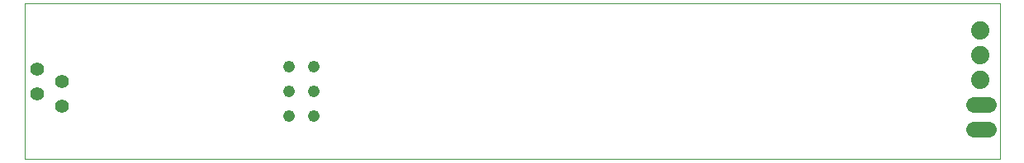
<source format=gbs>
G75*
G70*
%OFA0B0*%
%FSLAX24Y24*%
%IPPOS*%
%LPD*%
%AMOC8*
5,1,8,0,0,1.08239X$1,22.5*
%
%ADD10C,0.0000*%
%ADD11C,0.0476*%
%ADD12C,0.0560*%
%ADD13C,0.0640*%
%ADD14C,0.0740*%
D10*
X003649Y000907D02*
X043019Y000907D01*
X043019Y007206D01*
X003649Y007206D01*
X003649Y000907D01*
D11*
X014319Y002647D03*
X015319Y002647D03*
X015319Y003647D03*
X014319Y003647D03*
X014319Y004647D03*
X015319Y004647D03*
D12*
X005149Y004057D03*
X004149Y003557D03*
X005149Y003057D03*
X004149Y004557D03*
D13*
X041952Y003107D02*
X042552Y003107D01*
X042552Y002107D02*
X041952Y002107D01*
D14*
X042247Y004108D03*
X042247Y005108D03*
X042247Y006108D03*
M02*

</source>
